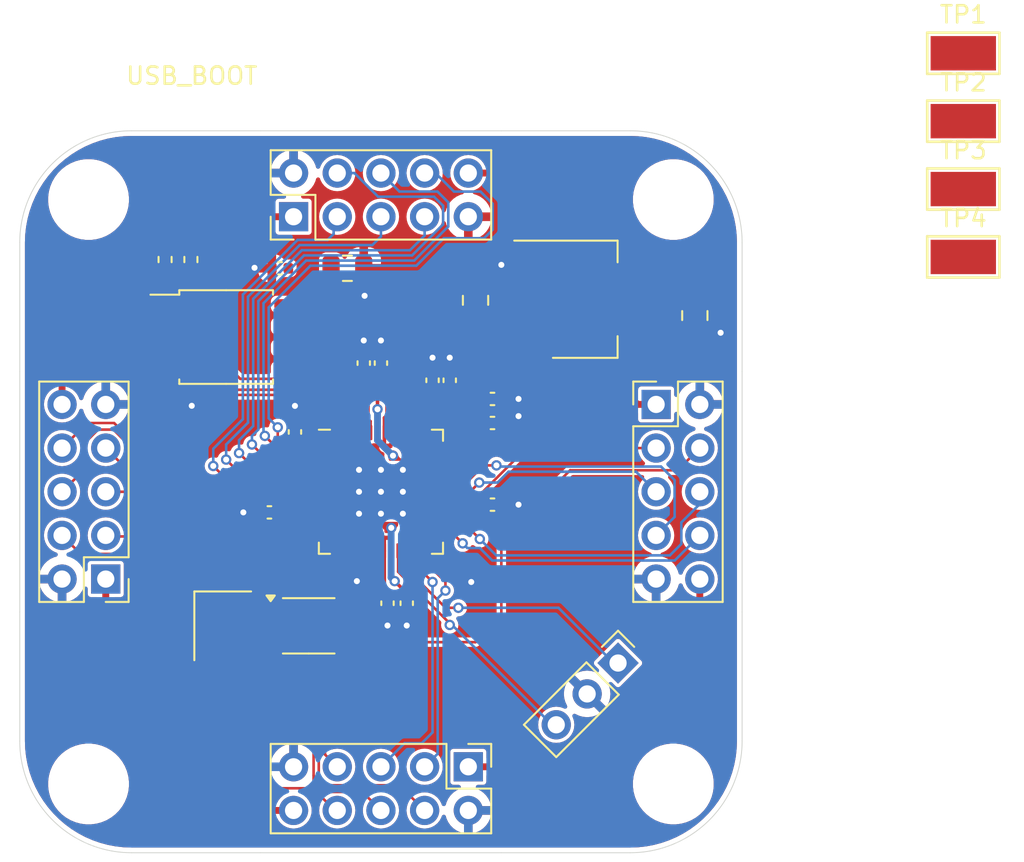
<source format=kicad_pcb>
(kicad_pcb (version 20240108) (generator "pcbnew") (generator_version "8.0")
  (title_block (title "RP2040 Minimal Design Example") (date "2024-01-16") (rev "REV2") (company "Raspberry Pi Ltd"))
  (layers (0 "F.Cu" signal) (31 "B.Cu" signal) (34 "B.Paste" user) (35 "F.Paste" user) (36 "B.SilkS" user "B.Silkscreen") (37 "F.SilkS" user "F.Silkscreen") (38 "B.Mask" user) (39 "F.Mask" user) (44 "Edge.Cuts" user))
  (net 0 "")
  (net 1 "GND")
  (net 2 "VBUS")
  (net 3 "/SI_CLK0")
  (net 4 "/SI_CLK2")
  (net 5 "+3V3")
  (net 6 "+1V1")
  (net 7 "/~{USB_BOOT}")
  (net 8 "/GPIO15")
  (net 9 "/GPIO14")
  (net 10 "/GPIO13")
  (net 11 "/GPIO12")
  (net 12 "/GPIO11")
  (net 13 "/GPIO10")
  (net 14 "/GPIO9")
  (net 15 "/GPIO8")
  (net 16 "/GPIO7")
  (net 17 "/GPIO6")
  (net 18 "/GPIO5")
  (net 19 "/GPIO4")
  (net 20 "/GPIO3")
  (net 21 "/GPIO2")
  (net 22 "/GPIO1")
  (net 23 "/GPIO0")
  (net 24 "/GPIO29_ADC3")
  (net 25 "/GPIO28_ADC2")
  (net 26 "/GPIO27_ADC1")
  (net 27 "/GPIO26_ADC0")
  (net 28 "/GPIO25")
  (net 29 "/GPIO24")
  (net 30 "/GPIO23")
  (net 31 "/GPIO22")
  (net 32 "/GPIO21")
  (net 33 "/GPIO20")
  (net 34 "/GPIO19")
  (net 35 "/GPIO18")
  (net 36 "/GPIO17")
  (net 37 "/GPIO16")
  (net 38 "/RUN")
  (net 39 "/SWD")
  (net 40 "/SWCLK")
  (net 41 "/QSPI_SS")
  (net 44 "/QSPI_SD3")
  (net 45 "/QSPI_SCLK")
  (net 46 "/QSPI_SD0")
  (net 47 "/QSPI_SD2")
  (net 48 "/QSPI_SD1")
  (net 50 "/XB")
  (net 51 "/XA")
  (footprint "Capacitor_SMD:C_0805_2012Metric" (layer "F.Cu") (at 118.25 89.75 -90)
    (property "Reference" "C4" (hide yes))
    (property "Value" "10u")
  )
  (footprint "Connector_PinHeader_2.54mm:PinHeader_2x05_P2.54mm_Vertical" (layer "F.Cu") (at 94.92 84 90)
    (property "Reference" "J2" (hide yes))
    (property "Value" "Comm")
  )
  (footprint "Capacitor_SMD:C_0402_1005Metric" (layer "F.Cu") (at 104 93.515 90)
    (property "Reference" "C10" (hide yes))
    (property "Value" "1u")
  )
  (footprint "Capacitor_SMD:C_0402_1005Metric" (layer "F.Cu") (at 103 93.515 90)
    (property "Reference" "C8" (hide yes))
    (property "Value" "1u")
  )
  (footprint "Capacitor_SMD:C_0402_1005Metric" (layer "F.Cu") (at 93.515 101.2 180)
    (property "Reference" "C13" (hide yes))
    (property "Value" "100n" (hide yes))
  )
  (footprint "Capacitor_SMD:C_0402_1005Metric" (layer "F.Cu") (at 94.135 87 180)
    (property "Reference" "C5" (hide yes))
    (property "Value" "100n")
  )
  (footprint "Resistor_SMD:R_0402_1005Metric" (layer "F.Cu") (at 87.45 86.49 -90)
    (property "Reference" "R2" (hide yes))
    (property "Value" "10k")
  )
  (footprint "Package_TO_SOT_SMD:SOT-223-3_TabPin2" (layer "F.Cu") (at 111.85 88.8)
    (property "Reference" "U1" (hide yes))
    (property "Value" "NCP1117-3.3_SOT223")
  )
  (footprint "Package_SO:SOIC-8_5.23x5.23mm_P1.27mm" (layer "F.Cu") (at 91 91)
    (property "Reference" "U2" (hide yes))
    (property "Value" "W25Q128JVS")
  )
  (footprint "Resistor_SMD:R_0402_1005Metric" (layer "F.Cu") (at 88.95 86.49 90)
    (property "Reference" "R1" (hide yes))
    (property "Value" "1k")
  )
  (footprint "Capacitor_SMD:C_0402_1005Metric" (layer "F.Cu") (at 100 92.515 90)
    (property "Reference" "C9" (hide yes))
    (property "Value" "100n")
  )
  (footprint "Capacitor_SMD:C_0402_1005Metric" (layer "F.Cu") (at 106.485 100.75)
    (property "Reference" "C12" (hide yes))
    (property "Value" "100n")
  )
  (footprint "Capacitor_SMD:C_0402_1005Metric" (layer "F.Cu") (at 100.381 106.485 -90)
    (property "Reference" "C14" (hide yes))
    (property "Value" "100n")
  )
  (footprint "Capacitor_SMD:C_0402_1005Metric" (layer "F.Cu") (at 101.5 106.485 -90)
    (property "Reference" "C7" (hide yes))
    (property "Value" "100n")
  )
  (footprint "Capacitor_SMD:C_0805_2012Metric" (layer "F.Cu") (at 105.5 88.8625 90)
    (property "Reference" "C1" (hide yes))
    (property "Value" "10u")
  )
  (footprint "Capacitor_SMD:C_0402_1005Metric" (layer "F.Cu") (at 95 96.52 90)
    (property "Reference" "C11" (hide yes))
    (property "Value" "100n")
  )
  (footprint "Capacitor_SMD:C_0402_1005Metric" (layer "F.Cu") (at 106.485 94.6)
    (property "Reference" "C16" (hide yes))
    (property "Value" "100n")
  )
  (footprint "RP2040_minimal:RP2040-QFN-56" (layer "F.Cu") (at 100 100)
    (property "Reference" "U3" (hide yes))
    (property "Value" "RP2040")
  )
  (footprint "MountingHole:MountingHole_2.7mm_M2.5" (layer "F.Cu") (at 83 83)
    (property "Reference" "H2" (hide yes))
    (property "Value" "MountingHole" (hide yes))
  )
  (footprint "MountingHole:MountingHole_2.7mm_M2.5" (layer "F.Cu") (at 117 117)
    (property "Reference" "H3" (hide yes))
    (property "Value" "MountingHole")
  )
  (footprint "Capacitor_SMD:C_0402_1005Metric" (layer "F.Cu") (at 99 92.515 90)
    (property "Reference" "C6" (hide yes))
    (property "Value" "100n")
  )
  (footprint "Capacitor_SMD:C_0402_1005Metric" (layer "F.Cu") (at 106.485 96)
    (property "Reference" "C15" (hide yes))
    (property "Value" "100n")
  )
  (footprint "MountingHole:MountingHole_2.7mm_M2.5" (layer "F.Cu") (at 117 83)
    (property "Reference" "H1" (hide yes))
    (property "Value" "MountingHole")
  )
  (footprint "MountingHole:MountingHole_2.7mm_M2.5" (layer "F.Cu") (at 83 117)
    (property "Reference" "H4" (hide yes))
    (property "Value" "MountingHole")
  )
  (footprint "Capacitor_SMD:C_0805_2012Metric" (layer "F.Cu") (at 98.05 87)
    (property "Reference" "C17" (hide yes))
    (property "Value" "10u")
  )
  (footprint "TestPoint:TestPoint_Keystone_5019_Minature" (layer "F.Cu") (at 133.86 74.49)
    (property "Reference" "TP1")
    (property "Value" "TestPoint")
  )
  (footprint "Crystal:Crystal_SMD_3225-4Pin_3.2x2.5mm" (layer "F.Cu") (at 90.8 107.8 -90)
    (property "Reference" "Y2" (hide yes))
    (property "Value" "Crystal_GND24")
  )
  (footprint "TestPoint:TestPoint_Keystone_5019_Minature" (layer "F.Cu") (at 133.86 86.34)
    (property "Reference" "TP4")
    (property "Value" "TestPoint")
  )
  (footprint "Connector_PinHeader_2.54mm:PinHeader_2x05_P2.54mm_Vertical" (layer "F.Cu") (at 84 105.08 180)
    (property "Reference" "J4" (hide yes))
    (property "Value" "Comm")
  )
  (footprint "Connector_PinHeader_2.54mm:PinHeader_1x03_P2.54mm_Vertical" (layer "F.Cu") (at 113.785445 109.964555 -45)
    (property "Reference" "J1" (hide yes))
    (property "Value" "SWD_CONN")
  )
  (footprint "Connector_PinHeader_2.54mm:PinHeader_2x05_P2.54mm_Vertical" (layer "F.Cu") (at 105.08 116 -90)
    (property "Reference" "J5" (hide yes))
    (property "Value" "Comm")
  )
  (footprint "Connector_PinHeader_2.54mm:PinHeader_2x05_P2.54mm_Vertical" (layer "F.Cu") (at 116 94.92)
    (property "Reference" "J6" (hide yes))
    (property "Value" "Comm")
  )
  (footprint "Package_SO:MSOP-10_3x3mm_P0.5mm" (layer "F.Cu") (at 95.8 107.8)
    (property "Reference" "U4" (hide yes))
    (property "Value" "Si5351A-B-GT")
  )
  (footprint "TestPoint:TestPoint_Keystone_5019_Minature" (layer "F.Cu") (at 133.86 78.44)
    (property "Reference" "TP2")
    (property "Value" "TestPoint")
  )
  (footprint "TestPoint:TestPoint_Keystone_5019_Minature" (layer "F.Cu") (at 133.86 82.39)
    (property "Reference" "TP3")
    (property "Value" "TestPoint")
  )
  (gr_line (start 107 79) (end 114.5 79) (stroke (width 0.05)) (layer "Edge.Cuts"))
  (gr_line (start 79 93) (end 79 85.5) (stroke (width 0.05)) (layer "Edge.Cuts"))
  (gr_line (start 93 121) (end 85.5 121) (stroke (width 0.05)) (layer "Edge.Cuts"))
  (gr_line (start 107 79) (end 93 79) (stroke (width 0.05)) (layer "Edge.Cuts"))
  (gr_line (start 121 107) (end 121 114.5) (stroke (width 0.05)) (layer "Edge.Cuts"))
  (gr_line (start 121 107) (end 121 93) (stroke (width 0.05)) (layer "Edge.Cuts"))
  (gr_line (start 107 121) (end 114.5 121) (stroke (width 0.05)) (layer "Edge.Cuts"))
  (gr_line (start 93 79) (end 85.5 79) (stroke (width 0.05)) (layer "Edge.Cuts"))
  (gr_arc (start 79 85.5) (mid 80.903806 80.903806) (end 85.5 79) (stroke (width 0.05)) (layer "Edge.Cuts"))
  (gr_arc (start 85.5 121) (mid 80.903806 119.096194) (end 79 114.5) (stroke (width 0.05)) (layer "Edge.Cuts"))
  (gr_arc (start 121 114.5) (mid 119.096194 119.096194) (end 114.5 121) (stroke (width 0.05)) (layer "Edge.Cuts"))
  (gr_line (start 121 93) (end 121 85.5) (stroke (width 0.05)) (layer "Edge.Cuts"))
  (gr_line (start 93 121) (end 107 121) (stroke (width 0.05)) (layer "Edge.Cuts"))
  (gr_line (start 79 107) (end 79 114.5) (stroke (width 0.05)) (layer "Edge.Cuts"))
  (gr_line (start 79 93) (end 79 107) (stroke (width 0.05)) (layer "Edge.Cuts"))
  (gr_arc (start 114.5 79) (mid 119.096194 80.903806) (end 121 85.5) (stroke (width 0.05)) (layer "Edge.Cuts"))
  (gr_text "\nUSB_BOOT" (at 89 75 0) (layer "F.SilkS") (effects (font (size 1 1))))
  (segment (start 93.03 101.2) (end 92 101.2) (width 0.2) (layer "F.Cu") (net 1))
  (segment (start 99 105) (end 99 103.4375) (width 0.15) (layer "F.Cu") (net 1))
  (segment (start 104 93.03) (end 104 92.2) (width 0.2) (layer "F.Cu") (net 1))
  (segment (start 106.97 94.6) (end 108 94.6) (width 0.2) (layer "F.Cu") (net 1))
  (segment (start 108.7 86.5) (end 107.3 86.5) (width 0.2) (layer "F.Cu") (net 1))
  (segment (start 107.3 86.5) (end 107 86.8) (width 0.2) (layer "F.Cu") (net 1))
  (segment (start 93.325 86.97) (end 92.65 86.97) (width 0.2) (layer "F.Cu") (net 1))
  (segment (start 118.25 90.825) (end 119.675 90.825) (width 0.15) (layer "F.Cu") (net 1))
  (segment (start 101.5 106.97) (end 101.5 107.782004) (width 0.2) (layer "F.Cu") (net 1))
  (segment (start 106.97 96) (end 107.6 96) (width 0.15) (layer "F.Cu") (net 1))
  (segment (start 105.875 87.925) (end 107 86.8) (width 0.2) (layer "F.Cu") (net 1))
  (segment (start 98.6 105.2) (end 98.8 105.2) (width 0.15) (layer "F.Cu") (net 1))
  (segment (start 99 87.2) (end 99 88.55) (width 0.15) (layer "F.Cu") (net 1))
  (segment (start 119.675 90.825) (end 119.75 90.75) (width 0.15) (layer "F.Cu") (net 1))
  (segment (start 98.8 105.2) (end 99 105) (width 0.15) (layer "F.Cu") (net 1))
  (segment (start 99 92.03) (end 99 91.200008) (width 0.2) (layer "F.Cu") (net 1))
  (segment (start 107.6 96) (end 108 95.6) (width 0.15) (layer "F.Cu") (net 1))
  (segment (start 93.65 87) (end 93.355 87) (width 0.2) (layer "F.Cu") (net 1))
  (segment (start 100.381 107.781984) (end 100.380994 107.78199) (width 0.2) (layer "F.Cu") (net 1))
  (segment (start 100.381 106.97) (end 100.381 107.781984) (width 0.2) (layer "F.Cu") (net 1))
  (segment (start 100 92.03) (end 100 91.2) (width 0.2) (layer "F.Cu") (net 1))
  (segment (start 108 100.75) (end 106.965 100.75) (width 0.15) (layer "F.Cu") (net 1))
  (segment (start 103 93.03) (end 103 92.2) (width 0.2) (layer "F.Cu") (net 1))
  (segment (start 95 96.035) (end 95 95.005) (width 0.2) (layer "F.Cu") (net 1))
  (segment (start 93.355 87) (end 93.325 86.97) (width 0.2) (layer "F.Cu") (net 1))
  (segment (start 99 88.55) (end 99.05 88.6) (width 0.15) (layer "F.Cu") (net 1))
  (segment (start 105.5 87.925) (end 105.875 87.925) (width 0.2) (layer "F.Cu") (net 1))
  (via (at 99 91.200008) (size 0.6) (drill 0.35) (layers "F.Cu" "B.Cu") (net 1))
  (via (at 98.6 105.2) (size 0.6) (drill 0.35) (layers "F.Cu" "B.Cu") (net 1))
  (via (at 95 95.005) (size 0.6) (drill 0.35) (layers "F.Cu" "B.Cu") (net 1))
  (via (at 105.25 105.25) (size 0.6) (drill 0.35) (layers "F.Cu" "B.Cu") (net 1))
  (via (at 108 100.75) (size 0.6) (drill 0.35) (layers "F.Cu" "B.Cu") (net 1))
  (via (at 99.05 88.6) (size 0.6) (drill 0.35) (layers "F.Cu" "B.Cu") (net 1))
  (via (at 101.5 107.782004) (size 0.6) (drill 0.35) (layers "F.Cu" "B.Cu") (net 1))
  (via (at 92 101.2) (size 0.6) (drill 0.35) (layers "F.Cu" "B.Cu") (net 1))
  (via (at 108 94.6) (size 0.6) (drill 0.35) (layers "F.Cu" "B.Cu") (net 1))
  (via (at 119.75 90.75) (size 0.6) (drill 0.35) (layers "F.Cu" "B.Cu") (net 1))
  (via (at 103 92.2) (size 0.6) (drill 0.35) (layers "F.Cu" "B.Cu") (net 1))
  (via (at 92.65 86.97) (size 0.6) (drill 0.35) (layers "F.Cu" "B.Cu") (net 1))
  (via (at 100.380994 107.78199) (size 0.6) (drill 0.35) (layers "F.Cu" "B.Cu") (net 1))
  (via (at 108 95.6) (size 0.6) (drill 0.35) (layers "F.Cu" "B.Cu") (net 1))
  (via (at 89 95) (size 0.6) (drill 0.35) (layers "F.Cu" "B.Cu") (net 1))
  (via (at 104 92.2) (size 0.6) (drill 0.35) (layers "F.Cu" "B.Cu") (net 1))
  (via (at 107 86.8) (size 0.6) (drill 0.35) (layers "F.Cu" "B.Cu") (net 1))
  (via (at 100 91.2) (size 0.6) (drill 0.35) (layers "F.Cu" "B.Cu") (net 1))
  (segment (start 103.299999 92.499999) (end 103 92.2) (width 0.2) (layer "B.Cu") (net 1))
  (segment (start 104 93) (end 103.8 93) (width 0.2) (layer "B.Cu") (net 1))
  (segment (start 103.8 93) (end 103.299999 92.499999) (width 0.2) (layer "B.Cu") (net 1))
  (segment (start 116 94.92) (end 114.92 94.92) (width 0.4) (layer "F.Cu") (net 2))
  (segment (start 108.21 81.46) (end 105.08 81.46) (width 0.4) (layer "F.Cu") (net 2))
  (segment (start 105.5 89.8125) (end 107.4125 89.8125) (width 0.4) (layer "F.Cu") (net 2))
  (segment (start 114.92 94.92) (end 111.1 91.1) (width 0.4) (layer "F.Cu") (net 2))
  (segment (start 111.1 91.1) (end 111.1 84.35) (width 0.4) (layer "F.Cu") (net 2))
  (segment (start 110.75 116.75) (end 118.54 108.96) (width 0.4) (layer "F.Cu") (net 2))
  (segment (start 84 112) (end 90.54 118.54) (width 0.4) (layer "F.Cu") (net 2))
  (segment (start 81.46 89.79) (end 81.46 94.92) (width 0.4) (layer "F.Cu") (net 2))
  (segment (start 108.5 116) (end 109.25 116.75) (width 0.4) (layer "F.Cu") (net 2))
  (segment (start 94.92 84) (end 87.25 84) (width 0.4) (layer "F.Cu") (net 2))
  (segment (start 84 105.08) (end 84 112) (width 0.4) (layer "F.Cu") (net 2))
  (segment (start 107.4125 89.8125) (end 108.7 91.1) (width 0.4) (layer "F.Cu") (net 2))
  (segment (start 118.54 108.96) (end 118.54 105.08) (width 0.4) (layer "F.Cu") (net 2))
  (segment (start 111.1 84.35) (end 108.21 81.46) (width 0.4) (layer "F.Cu") (net 2))
  (segment (start 90.54 118.54) (end 94.92 118.54) (width 0.4) (layer "F.Cu") (net 2))
  (segment (start 109.25 116.75) (end 110.75 116.75) (width 0.4) (layer "F.Cu") (net 2))
  (segment (start 105.08 116) (end 108.5 116) (width 0.4) (layer "F.Cu") (net 2))
  (segment (start 87.25 84) (end 81.46 89.79) (width 0.4) (layer "F.Cu") (net 2))
  (segment (start 111.1 91.1) (end 108.7 91.1) (width 0.4) (layer "F.Cu") (net 2))
  (segment (start 99.4 103.4375) (end 99.4 106.125) (width 0.15) (layer "F.Cu") (net 3))
  (segment (start 99.4 106.125) (end 99.0625 106.4625) (width 0.15) (layer "F.Cu") (net 3))
  (segment (start 98.724999 106.8) (end 97.9125 106.8) (width 0.15) (layer "F.Cu") (net 3))
  (segment (start 99.0625 106.4625) (end 98.724999 106.8) (width 0.15) (layer "F.Cu") (net 3))
  (segment (start 96.5625 101) (end 94.2 101) (width 0.2) (layer "F.Cu") (net 5))
  (segment (start 100.2 102.8) (end 100 102.6) (width 0.2) (layer "F.Cu") (net 5))
  (segment (start 105.755 101) (end 106.005 100.75) (width 0.2) (layer "F.Cu") (net 5))
  (segment (start 94.2 101) (end 94 101.2) (width 0.2) (layer "F.Cu") (net 5))
  (segment (start 103.4375 101) (end 102.6 101) (width 0.2) (layer "F.Cu") (net 5))
  (segment (start 100.2 95.7) (end 100.2 96.5625) (width 0.2) (layer "F.Cu") (net 5))
  (segment (start 96.5625 101) (end 97.4 101) (width 0.2) (layer "F.Cu") (net 5))
  (segment (start 100.6 95.799998) (end 100.350001 95.549999) (width 0.2) (layer "F.Cu") (net 5))
  (segment (start 100.6 97.2) (end 100.4 97.4) (width 0.2) (layer "F.Cu") (net 5))
  (segment (start 96.5625 97.4) (end 95.4 97.4) (width 0.2) (layer "F.Cu") (net 5))
  (segment (start 95.4 97.4) (end 95 97) (width 0.2) (layer "F.Cu") (net 5))
  (segment (start 100.2 105.824) (end 100.381 106.005) (width 0.2) (layer "F.Cu") (net 5))
  (segment (start 100.350001 94.112535) (end 100.350001 95.549999) (width 0.2) (layer "F.Cu") (net 5))
  (segment (start 96.5625 97.4) (end 97.4 97.4) (width 0.2) (layer "F.Cu") (net 5))
  (segment (start 100 93) (end 100 93.762534) (width 0.2) (layer "F.Cu") (net 5))
  (segment (start 100.6 96.5625) (end 100.6 97.2) (width 0.2) (layer "F.Cu") (net 5))
  (segment (start 100.6 96.5625) (end 100.6 95.799998) (width 0.2) (layer "F.Cu") (net 5))
  (segment (start 106.005 100.75) (end 106.005 100.795) (width 0.15) (layer "F.Cu") (net 5))
  (segment (start 100.2 96.5625) (end 100.2 97.4) (width 0.2) (layer "F.Cu") (net 5))
  (segment (start 115 88.8) (end 118 88.8) (width 0.2) (layer "F.Cu") (net 5))
  (segment (start 100.350001 95.549999) (end 100.2 95.7) (width 0.2) (layer "F.Cu") (net 5))
  (segment (start 103.4375 101) (end 105.755 101) (width 0.2) (layer "F.Cu") (net 5))
  (segment (start 102.2 96.1) (end 104 94.3) (width 0.2) (layer "F.Cu") (net 5))
  (segment (start 100.2 97.4) (end 100.2 97) (width 0.2) (layer "F.Cu") (net 5))
  (segment (start 100 93.762534) (end 100.350001 94.112535) (width 0.2) (layer "F.Cu") (net 5))
  (segment (start 102.2 96.5625) (end 102.2 96.1) (width 0.2) (layer "F.Cu") (net 5))
  (segment (start 104 94.3) (end 104 93.995) (width 0.2) (layer "F.Cu") (net 5))
  (segment (start 100.2 103.4375) (end 100.2 102.8) (width 0.2) (layer "F.Cu") (net 5))
  (segment (start 100.2 103.4375) (end 100.2 105.824) (width 0.2) (layer "F.Cu") (net 5))
  (segment (start 99.8 96.5625) (end 99.8 95.199994) (width 0.2) (layer "F.Cu") (net 6))
  (segment (start 101.8 95.8) (end 103 94.6) (width 0.2) (layer "F.Cu") (net 6))
  (segment (start 99 93.295) (end 99.8 94.095) (width 0.2) (layer "F.Cu") (net 6))
  (segment (start 101.5 105.9) (end 100.8 105.2) (width 0.2) (layer "F.Cu") (net 6))
  (segment (start 100.6 105) (end 100.8 105.2) (width 0.2) (layer "F.Cu") (net 6))
  (segment (start 99.8 94.095) (end 99.8 94.77573) (width 0.2) (layer "F.Cu") (net 6))
  (segment (start 101.5 106) (end 101.5 105.9) (width 0.2) (layer "F.Cu") (net 6))
  (segment (start 101.8 96.5625) (end 101.8 95.8) (width 0.2) (layer "F.Cu") (net 6))
  (segment (start 101.8 96.5625) (end 101.8 97.4) (width 0.2) (layer "F.Cu") (net 6))
  (segment (start 99 93) (end 99 93.295) (width 0.2) (layer "F.Cu") (net 6))
  (segment (start 99.8 94.77573) (end 99.8 95.199994) (width 0.2) (layer "F.Cu") (net 6))
  (segment (start 103 94.6) (end 103 94) (width 0.2) (layer "F.Cu") (net 6))
  (segment (start 100.6 103.4375) (end 100.6 105) (width 0.2) (layer "F.Cu") (net 6))
  (via (at 99.8 95.199994) (size 0.6) (drill 0.35) (layers "F.Cu" "B.Cu") (net 6))
  (via (at 100.7 97.9) (size 0.6) (drill 0.35) (layers "F.Cu" "B.Cu") (net 6))
  (via (at 100.8 105.2) (size 0.6) (drill 0.35) (layers "F.Cu" "B.Cu") (net 6))
  (via (at 100.59997 102.1) (size 0.6) (drill 0.35) (layers "F.Cu" "B.Cu") (net 6))
  (segment (start 100.8 105.2) (end 100.59 104.99) (width 0.4) (layer "B.Cu") (net 6))
  (segment (start 100.59 104.99) (end 100.59 102.10997) (width 0.4) (layer "B.Cu") (net 6))
  (segment (start 100.59 102.10997) (end 100.59997 102.1) (width 0.4) (layer "B.Cu") (net 6))
  (segment (start 99.8 97.01) (end 100.69 97.9) (width 0.4) (layer "B.Cu") (net 6))
  (segment (start 99.8 95.199994) (end 99.8 97.01) (width 0.4) (layer "B.Cu") (net 6))
  (segment (start 100.69 97.9) (end 100.7 97.9) (width 0.4) (layer "B.Cu") (net 6))
  (segment (start 98.6 103.4375) (end 98.6 104.457537) (width 0.15) (layer "F.Cu") (net 8))
  (segment (start 96.75 106.307537) (end 96.75 115.29) (width 0.15) (layer "F.Cu") (net 8))
  (segment (start 98.6 104.457537) (end 96.75 106.307537) (width 0.15) (layer "F.Cu") (net 8))
  (segment (start 96.75 115.29) (end 97.46 116) (width 0.15) (layer "F.Cu") (net 8))
  (segment (start 96.385 106.248272) (end 96.385 116.75) (width 0.15) (layer "F.Cu") (net 9))
  (segment (start 96.385 116.75) (end 96.71 117.075) (width 0.15) (layer "F.Cu") (net 9))
  (segment (start 96.941636 105.691636) (end 96.385 106.248272) (width 0.15) (layer "F.Cu") (net 9))
  (segment (start 98.2 104.433273) (end 96.941636 105.691636) (width 0.15) (layer "F.Cu") (net 9))
  (segment (start 98.2 103.4375) (end 98.2 104.433273) (width 0.15) (layer "F.Cu") (net 9))
  (segment (start 96.71 117.075) (end 101.075 117.075) (width 0.15) (layer "F.Cu") (net 9))
  (segment (start 101.075 117.075) (end 102.54 118.54) (width 0.15) (layer "F.Cu") (net 9))
  (segment (start 96.675736 117.465) (end 98.925 117.465) (width 0.15) (layer "F.Cu") (net 10))
  (segment (start 97.8 103.4375) (end 97.8 104.409008) (width 0.15) (layer "F.Cu") (net 10))
  (segment (start 97.8 104.409008) (end 96.085 106.124008) (width 0.15) (layer "F.Cu") (net 10))
  (segment (start 98.925 117.465) (end 100 118.54) (width 0.15) (layer "F.Cu") (net 10))
  (segment (start 96.085 116.874264) (end 96.675736 117.465) (width 0.15) (layer "F.Cu") (net 10))
  (segment (start 96.085 116.5) (end 96.085 116.874264) (width 0.15) (layer "F.Cu") (net 10))
  (segment (start 96.085 106.124008) (end 96.085 116.5) (width 0.15) (layer "F.Cu") (net 10))
  (segment (start 93.25 114.5) (end 93.25 116.75) (width 0.15) (layer "F.Cu") (net 11))
  (segment (start 96.036472 117.25) (end 97.326472 118.54) (width 0.15) (layer "F.Cu") (net 11))
  (segment (start 93.25 116.75) (end 93.75 117.25) (width 0.15) (layer "F.Cu") (net 11))
  (segment (start 95.75 106.034744) (end 95.75 113) (width 0.15) (layer "F.Cu") (net 11))
  (segment (start 94 113.75) (end 93.25 114.5) (width 0.15) (layer "F.Cu") (net 11))
  (segment (start 93.75 117.25) (end 96.036472 117.25) (width 0.15) (layer "F.Cu") (net 11))
  (segment (start 95 113.75) (end 94 113.75) (width 0.15) (layer "F.Cu") (net 11))
  (segment (start 97.326472 118.54) (end 97.46 118.54) (width 0.15) (layer "F.Cu") (net 11))
  (segment (start 97.4 103.4375) (end 97.4 104.384744) (width 0.15) (layer "F.Cu") (net 11))
  (segment (start 95.75 113) (end 95 113.75) (width 0.15) (layer "F.Cu") (net 11))
  (segment (start 97.4 104.384744) (end 95.75 106.034744) (width 0.15) (layer "F.Cu") (net 11))
  (segment (start 84.06 102.6) (end 84 102.54) (width 0.15) (layer "F.Cu") (net 12))
  (segment (start 96.5625 102.6) (end 84.06 102.6) (width 0.15) (layer "F.Cu") (net 12))
  (segment (start 96.5625 102.2) (end 88.2 102.2) (width 0.15) (layer "F.Cu") (net 13))
  (segment (start 86 100) (end 84 100) (width 0.15) (layer "F.Cu") (net 13))
  (segment (start 88.2 102.2) (end 86 100) (width 0.15) (layer "F.Cu") (net 13))
  (segment (start 96.5625 101.8) (end 88.34 101.8) (width 0.15) (layer "F.Cu") (net 14))
  (segment (start 88.34 101.8) (end 84 97.46) (width 0.15) (layer "F.Cu") (net 14))
  (segment (start 97.225 101.625) (end 97 101.4) (width 0.15) (layer "F.Cu") (net 15))
  (segment (start 81.46 102.54) (end 82.535 103.615) (width 0.15) (layer "F.Cu") (net 15))
  (segment (start 85.5 103) (end 96.990294 103) (width 0.15) (layer "F.Cu") (net 15))
  (segment (start 96.990294 103) (end 97.225 102.765294) (width 0.15) (layer "F.Cu") (net 15))
  (segment (start 97 101.4) (end 96.5625 101.4) (width 0.15) (layer "F.Cu") (net 15))
  (segment (start 84.885 103.615) (end 85.5 103) (width 0.15) (layer "F.Cu") (net 15))
  (segment (start 82.535 103.615) (end 84.885 103.615) (width 0.15) (layer "F.Cu") (net 15))
  (segment (start 97.225 102.765294) (end 97.225 101.625) (width 0.15) (layer "F.Cu") (net 15))
  (segment (start 84.44528 96.385) (end 85.25 97.18972) (width 0.15) (layer "F.Cu") (net 16))
  (segment (start 82.75 97.18972) (end 83.55472 96.385) (width 0.15) (layer "F.Cu") (net 16))
  (segment (start 87.6 100.6) (end 96.5625 100.6) (width 0.15) (layer "F.Cu") (net 16))
  (segment (start 83.55472 96.385) (end 84.44528 96.385) (width 0.15) (layer "F.Cu") (net 16))
  (segment (start 85.25 97.18972) (end 85.25 98.25) (width 0.15) (layer "F.Cu") (net 16))
  (segment (start 82.75 98.71) (end 82.75 97.18972) (width 0.15) (layer "F.Cu") (net 16))
  (segment (start 85.25 98.25) (end 87.6 100.6) (width 0.15) (layer "F.Cu") (net 16))
  (segment (start 81.46 100) (end 82.75 98.71) (width 0.15) (layer "F.Cu") (net 16))
  (segment (start 82.92 96) (end 81.46 97.46) (width 0.15) (layer "F.Cu") (net 17))
  (segment (start 84.484544 96) (end 82.92 96) (width 0.15) (layer "F.Cu") (net 17))
  (segment (start 87.624264 100.2) (end 85.837132 98.412868) (width 0.15) (layer "F.Cu") (net 17))
  (segment (start 85.837132 98.412868) (end 85.837132 97.352588) (width 0.15) (layer "F.Cu") (net 17))
  (segment (start 96.5625 100.2) (end 87.624264 100.2) (width 0.15) (layer "F.Cu") (net 17))
  (segment (start 85.837132 97.352588) (end 84.484544 96) (width 0.15) (layer "F.Cu") (net 17))
  (segment (start 91.55 99.8) (end 96.5625 99.8) (width 0.15) (layer "F.Cu") (net 18))
  (segment (start 90.25 98.5) (end 91.55 99.8) (width 0.15) (layer "F.Cu") (net 18))
  (via (at 90.25 98.5) (size 0.6) (drill 0.35) (layers "F.Cu" "B.Cu") (net 18))
  (segment (start 95.151472 85.35) (end 91.972 88.529472) (width 0.15) (layer "B.Cu") (net 18))
  (segment (start 97.25 84.21) (end 97.25 85) (width 0.15) (layer "B.Cu") (net 18))
  (segment (start 97.25 85) (end 96.9 85.35) (width 0.15) (layer "B.Cu") (net 18))
  (segment (start 91.972 88.529472) (end 91.972 95.778) (width 0.15) (layer "B.Cu") (net 18))
  (segment (start 91.972 95.778) (end 90.25 97.5) (width 0.15) (layer "B.Cu") (net 18))
  (segment (start 90.25 97.5) (end 90.25 98.5) (width 0.15) (layer "B.Cu") (net 18))
  (segment (start 96.9 85.35) (end 95.151472 85.35) (width 0.15) (layer "B.Cu") (net 18))
  (segment (start 97.46 84) (end 97.25 84.21) (width 0.15) (layer "B.Cu") (net 18))
  (segment (start 91 98.13) (end 92.27 99.4) (width 0.15) (layer "F.Cu") (net 19))
  (segment (start 92.27 99.4) (end 96.5625 99.4) (width 0.15) (layer "F.Cu") (net 19))
  (via (at 91 98.13) (size 0.6) (drill 0.35) (layers "F.Cu" "B.Cu") (net 19))
  (segment (start 100 85.15) (end 100 84) (width 0.15) (layer "B.Cu") (net 19))
  (segment (start 95.275736 85.65) (end 99.5 85.65) (width 0.15) (layer "B.Cu") (net 19))
  (segment (start 99.5 85.65) (end 100 85.15) (width 0.15) (layer "B.Cu") (net 19))
  (segment (start 91 98.13) (end 91 97.25) (width 0.15) (layer "B.Cu") (net 19))
  (segment (start 92.272 88.653736) (end 95.275736 85.65) (width 0.15) (layer "B.Cu") (net 19))
  (segment (start 91 97.25) (end 92.272 95.978) (width 0.15) (layer "B.Cu") (net 19))
  (segment (start 92.272 95.978) (end 92.272 88.653736) (width 0.15) (layer "B.Cu") (net 19))
  (segment (start 93 99) (end 96.5625 99) (width 0.15) (layer "F.Cu") (net 20))
  (segment (start 91.75 97.75) (end 93 99) (width 0.15) (layer "F.Cu") (net 20))
  (via (at 91.75 97.75) (size 0.6) (drill 0.35) (layers "F.Cu" "B.Cu") (net 20))
  (segment (start 92.572 96.178) (end 92.572 88.778) (width 0.15) (layer "B.Cu") (net 20))
  (segment (start 102.54 85.096016) (end 102.54 84) (width 0.15) (layer "B.Cu") (net 20))
  (segment (start 95.4 85.95) (end 101.686016 85.95) (width 0.15) (layer "B.Cu") (net 20))
  (segment (start 91.75 97.75) (end 91.75 97) (width 0.15) (layer "B.Cu") (net 20))
  (segment (start 91.75 97) (end 92.572 96.178) (width 0.15) (layer "B.Cu") (net 20))
  (segment (start 101.686016 85.95) (end 102.54 85.096016) (width 0.15) (layer "B.Cu") (net 20))
  (segment (start 92.572 88.778) (end 95.4 85.95) (width 0.15) (layer "B.Cu") (net 20))
  (segment (start 92.5 97.25) (end 93.85 98.6) (width 0.15) (layer "F.Cu") (net 21))
  (segment (start 93.85 98.6) (end 96.5625 98.6) (width 0.15) (layer "F.Cu") (net 21))
  (via (at 92.5 97.25) (size 0.6) (drill 0.35) (layers "F.Cu" "B.Cu") (net 21))
  (segment (start 99.835 82.835) (end 103.085 82.835) (width 0.15) (layer "B.Cu") (net 21))
  (segment (start 92.872 96.378) (end 92.5 96.75) (width 0.15) (layer "B.Cu") (net 21))
  (segment (start 103.615 84.44528) (end 101.81028 86.25) (width 0.15) (layer "B.Cu") (net 21))
  (segment (start 103.085 82.835) (end 103.615 83.365) (width 0.15) (layer "B.Cu") (net 21))
  (segment (start 92.5 96.75) (end 92.5 97.25) (width 0.15) (layer "B.Cu") (net 21))
  (segment (start 97.46 81.46) (end 98.46 81.46) (width 0.15) (layer "B.Cu") (net 21))
  (segment (start 103.615 83.365) (end 103.615 84.44528) (width 0.15) (layer "B.Cu") (net 21))
  (segment (start 92.872 88.907736) (end 92.872 96.378) (width 0.15) (layer "B.Cu") (net 21))
  (segment (start 101.81028 86.25) (end 95.529736 86.25) (width 0.15) (layer "B.Cu") (net 21))
  (segment (start 95.529736 86.25) (end 92.872 88.907736) (width 0.15) (layer "B.Cu") (net 21))
  (segment (start 98.46 81.46) (end 99.835 82.835) (width 0.15) (layer "B.Cu") (net 21))
  (segment (start 94.7 98.2) (end 96.5625 98.2) (width 0.15) (layer "F.Cu") (net 22))
  (segment (start 93.25 96.75) (end 94.7 98.2) (width 0.15) (layer "F.Cu") (net 22))
  (via (at 93.25 96.75) (size 0.6) (drill 0.35) (layers "F.Cu" "B.Cu") (net 22))
  (segment (start 101.075 82.535) (end 103.285 82.535) (width 0.15) (layer "B.Cu") (net 22))
  (segment (start 100 81.46) (end 101.075 82.535) (width 0.15) (layer "B.Cu") (net 22))
  (segment (start 93.172 89.032) (end 93.172 96.672) (width 0.15) (layer "B.Cu") (net 22))
  (segment (start 93.172 96.672) (end 93.25 96.75) (width 0.15) (layer "B.Cu") (net 22))
  (segment (start 103.915 84.569544) (end 101.934544 86.55) (width 0.15) (layer "B.Cu") (net 22))
  (segment (start 95.654 86.55) (end 93.172 89.032) (width 0.15) (layer "B.Cu") (net 22))
  (segment (start 103.915 83.165) (end 103.915 84.569544) (width 0.15) (layer "B.Cu") (net 22))
  (segment (start 103.285 82.535) (end 103.915 83.165) (width 0.15) (layer "B.Cu") (net 22))
  (segment (start 101.934544 86.55) (end 95.654 86.55) (width 0.15) (layer "B.Cu") (net 22))
  (segment (start 94.969932 97.8) (end 94 96.830068) (width 0.15) (layer "F.Cu") (net 23))
  (segment (start 96.5625 97.8) (end 94.969932 97.8) (width 0.15) (layer "F.Cu") (net 23))
  (segment (start 94 96.830068) (end 94 96.25) (width 0.15) (layer "F.Cu") (net 23))
  (via (at 94 96.25) (size 0.6) (drill 0.35) (layers "F.Cu" "B.Cu") (net 23))
  (segment (start 93.472 95.722) (end 93.472 89.278) (width 0.15) (layer "B.Cu") (net 23))
  (segment (start 106.5 84.75) (end 106 85.25) (width 0.15) (layer "B.Cu") (net 23))
  (segment (start 103.658808 85.25) (end 104.5 85.25) (width 0.15) (layer "B.Cu") (net 23))
  (segment (start 103.172132 81.46) (end 102.54 81.46) (width 0.15) (layer "B.Cu") (net 23))
  (segment (start 104.5 85.25) (end 104 85.25) (width 0.15) (layer "B.Cu") (net 23))
  (segment (start 95.9 86.85) (end 102.058808 86.85) (width 0.15) (layer "B.Cu") (net 23))
  (segment (start 106 85.25) (end 104.5 85.25) (width 0.15) (layer "B.Cu") (net 23))
  (segment (start 104.25 82.537868) (end 103.172132 81.46) (width 0.15) (layer "B.Cu") (net 23))
  (segment (start 102.058808 86.85) (end 103.658808 85.25) (width 0.15) (layer "B.Cu") (net 23))
  (segment (start 94 96.25) (end 93.472 95.722) (width 0.15) (layer "B.Cu") (net 23))
  (segment (start 106.5 83.25) (end 106.5 84.75) (width 0.15) (layer "B.Cu") (net 23))
  (segment (start 93.472 89.278) (end 95.9 86.85) (width 0.15) (layer "B.Cu") (net 23))
  (segment (start 104.25 82.537868) (end 105.787868 82.537868) (width 0.15) (layer "B.Cu") (net 23))
  (segment (start 105.787868 82.537868) (end 106.5 83.25) (width 0.15) (layer "B.Cu") (net 23))
  (segment (start 104.640005 99.8) (end 105.973771 98.466234) (width 0.15) (layer "F.Cu") (net 29))
  (segment (start 103.4375 99.8) (end 104.640005 99.8) (width 0.15) (layer "F.Cu") (net 29))
  (segment (start 105.973771 98.466234) (end 106.716234 98.466234) (width 0.15) (layer "F.Cu") (net 29))
  (via (at 106.716234 98.466234) (size 0.6) (drill 0.35) (layers "F.Cu" "B.Cu") (net 29))
  (segment (start 117.075 101.465) (end 116 102.54) (width 0.15) (layer "B.Cu") (net 29))
  (segment (start 117.075 99.325) (end 117.075 101.465) (width 0.15) (layer "B.Cu") (net 29))
  (segment (start 106.785 98.535) (end 116.285 98.535) (width 0.15) (layer "B.Cu") (net 29))
  (segment (start 116.285 98.535) (end 117.075 99.325) (width 0.15) (layer "B.Cu") (net 29))
  (segment (start 106.716234 98.466234) (end 106.785 98.535) (width 0.15) (layer "B.Cu") (net 29))
  (segment (start 103.4375 100.2) (end 104.982468 100.2) (width 0.15) (layer "F.Cu") (net 30))
  (segment (start 104.982468 100.2) (end 105.716234 99.466234) (width 0.15) (layer "F.Cu") (net 30))
  (via (at 105.716234 99.466234) (size 0.6) (drill 0.35) (layers "F.Cu" "B.Cu") (net 30))
  (segment (start 106.783766 99.466234) (end 107.415 98.835) (width 0.15) (layer "B.Cu") (net 30))
  (segment (start 114.835 98.835) (end 116 100) (width 0.15) (layer "B.Cu") (net 30))
  (segment (start 105.716234 99.466234) (end 106.783766 99.466234) (width 0.15) (layer "B.Cu") (net 30))
  (segment (start 107.415 98.835) (end 114.835 98.835) (width 0.15) (layer "B.Cu") (net 30))
  (segment (start 108.464932 97.46) (end 116 97.46) (width 0.15) (layer "F.Cu") (net 31))
  (segment (start 105.324932 100.6) (end 108.464932 97.46) (width 0.15) (layer "F.Cu") (net 31))
  (segment (start 103.4375 100.6) (end 105.324932 100.6) (width 0.15) (layer "F.Cu") (net 31))
  (segment (start 111 98.75) (end 117.25 98.75) (width 0.15) (layer "F.Cu") (net 32))
  (segment (start 103.4375 101.4) (end 108.35 101.4) (width 0.15) (layer "F.Cu") (net 32))
  (segment (start 117.25 98.75) (end 118.54 97.46) (width 0.15) (layer "F.Cu") (net 32))
  (segment (start 108.35 101.4) (end 111 98.75) (width 0.15) (layer "F.Cu") (net 32))
  (segment (start 107 107.25) (end 105.5 108.75) (width 0.15) (layer "F.Cu") (net 33))
  (segment (start 103.4375 101.8) (end 106.05 101.8) (width 0.15) (layer "F.Cu") (net 33))
  (segment (start 100.606541 108.75) (end 99.156541 107.3) (width 0.15) (layer "F.Cu") (net 33))
  (segment (start 99.156541 107.3) (end 97.9125 107.3) (width 0.15) (layer "F.Cu") (net 33))
  (segment (start 107 102.75) (end 107 107.25) (width 0.15) (layer "F.Cu") (net 33))
  (segment (start 106.05 101.8) (end 107 102.75) (width 0.15) (layer "F.Cu") (net 33))
  (segment (start 105.5 108.75) (end 100.606541 108.75) (width 0.15) (layer "F.Cu") (net 33))
  (segment (start 105.2 102.2) (end 105.75 102.75) (width 0.15) (layer "F.Cu") (net 34))
  (segment (start 103.4375 102.2) (end 105.2 102.2) (width 0.15) (layer "F.Cu") (net 34))
  (via (at 105.75 102.75) (size 0.6) (drill 0.35) (layers "F.Cu" "B.Cu") (net 34))
  (segment (start 116.8 103.7) (end 106.7 103.7) (width 0.15) (layer "B.Cu") (net 34))
  (segment (start 118.54 100.71) (end 117.465 101.785) (width 0.15) (layer "B.Cu") (net 34))
  (segment (start 106.7 103.7) (end 105.75 102.75) (width 0.15) (layer "B.Cu") (net 34))
  (segment (start 117.465 101.785) (end 117.465 103.035) (width 0.15) (layer "B.Cu") (net 34))
  (segment (start 118.54 100) (end 118.54 100.71) (width 0.15) (layer "B.Cu") (net 34))
  (segment (start 117.465 103.035) (end 116.8 103.7) (width 0.15) (layer "B.Cu") (net 34))
  (segment (start 104.35 102.6) (end 104.75 103) (width 0.15) (layer "F.Cu") (net 35))
  (segment (start 103.4375 102.6) (end 104.35 102.6) (width 0.15) (layer "F.Cu") (net 35))
  (via (at 104.75 103) (size 0.6) (drill 0.35) (layers "F.Cu" "B.Cu") (net 35))
  (segment (start 105.025 103.275) (end 105.75 103.275) (width 0.15) (layer "B.Cu") (net 35))
  (segment (start 105.75 103.275) (end 106.475 104) (width 0.15) (layer "B.Cu") (net 35))
  (segment (start 106.475 104) (end 117.08 104) (width 0.15) (layer "B.Cu") (net 35))
  (segment (start 104.75 103) (end 105.025 103.275) (width 0.15) (layer "B.Cu") (net 35))
  (segment (start 117.08 104) (end 118.54 102.54) (width 0.15) (layer "B.Cu") (net 35))
  (segment (start 103.75 105.25) (end 103.75 105.75) (width 0.15) (layer "F.Cu") (net 36))
  (segment (start 102.6 103.4375) (end 102.6 104.1) (width 0.15) (layer "F.Cu") (net 36))
  (segment (start 103 104.5) (end 103.75 105.25) (width 0.15) (layer "F.Cu") (net 36))
  (segment (start 102.6 104.1) (end 103 104.5) (width 0.15) (layer "F.Cu") (net 36))
  (via (at 103.75 105.75) (size 0.6) (drill 0.35) (layers "F.Cu" "B.Cu") (net 36))
  (segment (start 103.3 106.2) (end 103.3 115.24) (width 0.15) (layer "B.Cu") (net 36))
  (segment (start 103.3 115.24) (end 102.54 116) (width 0.15) (layer "B.Cu") (net 36))
  (segment (start 103.75 105.75) (end 103.3 106.2) (width 0.15) (layer "B.Cu") (net 36))
  (segment (start 102.2 104.45) (end 103 105.25) (width 0.15) (layer "F.Cu") (net 37))
  (segment (start 102.2 103.4375) (end 102.2 104.45) (width 0.15) (layer "F.Cu") (net 37))
  (via (at 103 105.25) (size 0.6) (drill 0.35) (layers "F.Cu" "B.Cu") (net 37))
  (segment (start 101.375 114.625) (end 102.375 114.625) (width 0.15) (layer "B.Cu") (net 37))
  (segment (start 103 114) (end 103 105.25) (width 0.15) (layer "B.Cu") (net 37))
  (segment (start 102.375 114.625) (end 103 114) (width 0.15) (layer "B.Cu") (net 37))
  (segment (start 100 116) (end 101.375 114.625) (width 0.15) (layer "B.Cu") (net 37))
  (segment (start 101.4 103.4375) (end 101.4 104.392463) (width 0.15) (layer "F.Cu") (net 39))
  (segment (start 101.4 104.392463) (end 103.757537 106.75) (width 0.15) (layer "F.Cu") (net 39))
  (segment (start 103.757537 106.75) (end 104.5 106.75) (width 0.15) (layer "F.Cu") (net 39))
  (via (at 104.5 106.75) (size 0.6) (drill 0.35) (layers "F.Cu" "B.Cu") (net 39))
  (segment (start 110.32089 106.75) (end 104.5 106.75) (width 0.15) (layer "B.Cu") (net 39))
  (segment (start 113.785445 110.214555) (end 110.32089 106.75) (width 0.15) (layer "B.Cu") (net 39))
  (segment (start 104 107.657537) (end 104 107.75) (width 0.15) (layer "F.Cu") (net 40))
  (segment (start 101 104.657537) (end 104 107.657537) (width 0.15) (layer "F.Cu") (net 40))
  (segment (start 101 103.4375) (end 101 104.657537) (width 0.15) (layer "F.Cu") (net 40))
  (via (at 104 107.75) (size 0.6) (drill 0.35) (layers "F.Cu" "B.Cu") (net 40))
  (segment (start 104.136686 107.75) (end 110.193343 113.806657) (width 0.15) (layer "B.Cu") (net 40))
  (segment (start 104 107.75) (end 104.136686 107.75) (width 0.15) (layer "B.Cu") (net 40))
  (segment (start 87.103146 94.366896) (end 85.806 93.06975) (width 0.15) (layer "F.Cu") (net 41))
  (segment (start 87.4 87.05) (end 87.45 87) (width 0.15) (layer "F.Cu") (net 41))
  (segment (start 97.4 95.454) (end 96.312896 94.366896) (width 0.15) (layer "F.Cu") (net 41))
  (segment (start 87.4 87.025) (end 87.45 86.975) (width 0.15) (layer "F.Cu") (net 41))
  (segment (start 86.505 89.095) (end 87.4 89.095) (width 0.15) (layer "F.Cu") (net 41))
  (segment (start 96.312896 94.366896) (end 87.103146 94.366896) (width 0.15) (layer "F.Cu") (net 41))
  (segment (start 87.4 89.095) (end 87.4 87.05) (width 0.15) (layer "F.Cu") (net 41))
  (segment (start 85.806 93.06975) (end 85.806 89.794) (width 0.15) (layer "F.Cu") (net 41))
  (segment (start 87.45 86.975) (end 88.95 86.975) (width 0.15) (layer "F.Cu") (net 41))
  (segment (start 97.4 96.5625) (end 97.4 95.454) (width 0.15) (layer "F.Cu") (net 41))
  (segment (start 85.806 89.794) (end 86.505 89.095) (width 0.15) (layer "F.Cu") (net 41))
  (segment (start 99.4 95.9) (end 99.275 95.775) (width 0.15) (layer "F.Cu") (net 44))
  (segment (start 99.275 95.025) (end 98 93.75) (width 0.15) (layer "F.Cu") (net 44))
  (segment (start 99.275 95.775) (end 99.275 95.025) (width 0.15) (layer "F.Cu") (net 44))
  (segment (start 98 93.75) (end 98 91.5) (width 0.15) (layer "F.Cu") (net 44))
  (segment (start 99.4 96.5625) (end 99.4 95.9) (width 0.15) (layer "F.Cu") (net 44))
  (segment (start 96.865 90.365) (end 94.6 90.365) (width 0.15) (layer "F.Cu") (net 44))
  (segment (start 98 91.5) (end 96.865 90.365) (width 0.15) (layer "F.Cu") (net 44))
  (segment (start 98.975 95.25) (end 97.5 93.775) (width 0.15) (layer "F.Cu") (net 45))
  (segment (start 98.975 96.1) (end 98.975 95.25) (width 0.15) (layer "F.Cu") (net 45))
  (segment (start 96.385 91.635) (end 94.6 91.635) (width 0.15) (layer "F.Cu") (net 45))
  (segment (start 99 96.125) (end 98.975 96.1) (width 0.15) (layer "F.Cu") (net 45))
  (segment (start 97.5 93.775) (end 97.5 92.75) (width 0.15) (layer "F.Cu") (net 45))
  (segment (start 97.5 92.75) (end 96.385 91.635) (width 0.15) (layer "F.Cu") (net 45))
  (segment (start 99 96.5625) (end 99 96.125) (width 0.15) (layer "F.Cu") (net 45))
  (segment (start 96.605 92.905) (end 94.6 92.905) (width 0.15) (layer "F.Cu") (net 46))
  (segment (start 98.6 95.299264) (end 97.2 93.899264) (width 0.15) (layer "F.Cu") (net 46))
  (segment (start 98.6 96.5625) (end 98.6 95.299264) (width 0.15) (layer "F.Cu") (net 46))
  (segment (start 97.2 93.5) (end 96.605 92.905) (width 0.15) (layer "F.Cu") (net 46))
  (segment (start 97.2 93.899264) (end 97.2 93.5) (width 0.15) (layer "F.Cu") (net 46))
  (segment (start 90.025 91.635) (end 87.4 91.635) (width 0.15) (layer "F.Cu") (net 47))
  (segment (start 96.306472 93.43) (end 91.82 93.43) (width 0.15) (layer "F.Cu") (net 47))
  (segment (start 98.2 95.323528) (end 96.306472 93.43) (width 0.15) (layer "F.Cu") (net 47))
  (segment (start 98.2 96.5625) (end 98.2 95.323528) (width 0.15) (layer "F.Cu") (net 47))
  (segment (start 91.82 93.43) (end 90.025 91.635) (width 0.15) (layer "F.Cu") (net 47))
  (segment (start 97.8 95.347792) (end 97.8 96.5625) (width 0.15) (layer "F.Cu") (net 48))
  (segment (start 86.600001 90.365) (end 86.106 90.859001) (width 0.15) (layer "F.Cu") (net 48))
  (segment (start 86.106 92.945486) (end 87.22741 94.066896) (width 0.15) (layer "F.Cu") (net 48))
  (segment (start 87.22741 94.066896) (end 96.519104 94.066896) (width 0.15) (layer "F.Cu") (net 48))
  (segment (start 87.4 90.365) (end 86.600001 90.365) (width 0.15) (layer "F.Cu") (net 48))
  (segment (start 96.519104 94.066896) (end 97.8 95.347792) (width 0.15) (layer "F.Cu") (net 48))
  (segment (start 86.106 90.859001) (end 86.106 92.945486) (width 0.15) (layer "F.Cu") (net 48))
  (segment (start 91.65 108.9) (end 92.75 107.8) (width 0.15) (layer "F.Cu") (net 50))
  (segment (start 92.75 107.8) (end 93.6875 107.8) (width 0.15) (layer "F.Cu") (net 50))
  (segment (start 92.8 107.3) (end 93.6875 107.3) (width 0.15) (layer "F.Cu") (net 51))
  (segment (start 89.95 106.7) (end 89.95 106.8) (width 0.15) (layer "F.Cu") (net 51))
  (segment (start 90.775 107.625) (end 92.475 107.625) (width 0.15) (layer "F.Cu") (net 51))
  (segment (start 89.95 106.8) (end 90.775 107.625) (width 0.15) (layer "F.Cu") (net 51))
  (segment (start 92.475 107.625) (end 92.8 107.3) (width 0.15) (layer "F.Cu") (net 51))
  (zone (net 6) (net_name "+1V1") (layer "F.Cu") (priority 1) (connect_pads yes (clearance 0.15)) (min_thickness 0.15) (fill yes (thermal_gap 0.508) (thermal_bridge_width 0.508))
    (polygon (pts (xy 102 98.2) (xy 98.4 98.2) (xy 98.4 101.6) (xy 101 101.6) (xy 101 102.4) (xy 100.2 102.4) (xy 100.2 102.2) (xy 97.8 102.2) (xy 97.8 97.8) (xy 100.6 97.8) (xy 100.6 97.6) (xy 101 97.6) (xy 101 97.2) (xy 102 97.2)))
  )
  (zone (net 5) (net_name "+3V3") (layer "F.Cu") (connect_pads yes (clearance 0.15)) (min_thickness 0.15) (fill yes (thermal_gap 0.508) (thermal_bridge_width 0.508))
    (polygon (pts (xy 102.8 102.8) (xy 97.2 102.8) (xy 97.2 97.2) (xy 100 97.2) (xy 100.8 97.2) (xy 102.8 97.2)))
  )
  (zone (net 1) (net_name "GND") (layers "F&B.Cu") (priority 2) (connect_pads (clearance 0.2)) (min_thickness 0.25) (fill yes (thermal_gap 0.5) (thermal_bridge_width 0.5))
    (polygon (pts (xy 79 121) (xy 79 79) (xy 121 79) (xy 121 121)))
  )
)
</source>
